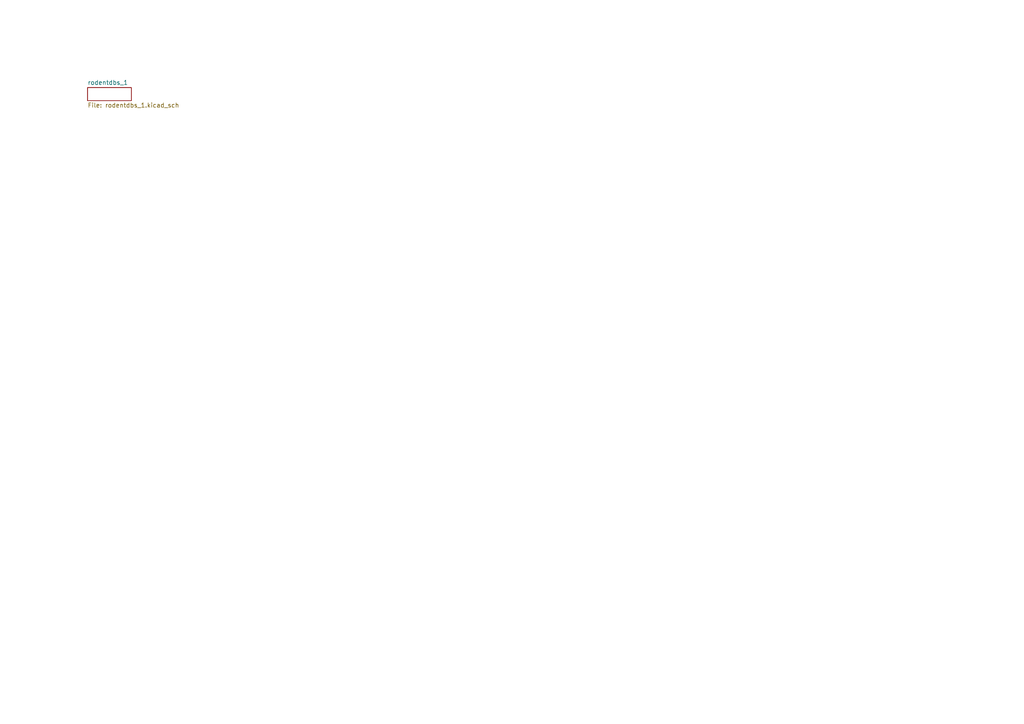
<source format=kicad_sch>
(kicad_sch (version 20230121) (generator eeschema)
  (paper "A4")
  (lib_symbols)
  (sheet (at 25.4 25.4) (size 12.7 3.81)
    (property "Sheetname" "rodentdbs_1" (at 25.4 24.6884 0) (effects (justify left bottom)))
    (property "Sheetfile" "rodentdbs_1.kicad_sch" (at 25.4 29.7946 0) (effects (justify left top)))
  )
)
</source>
